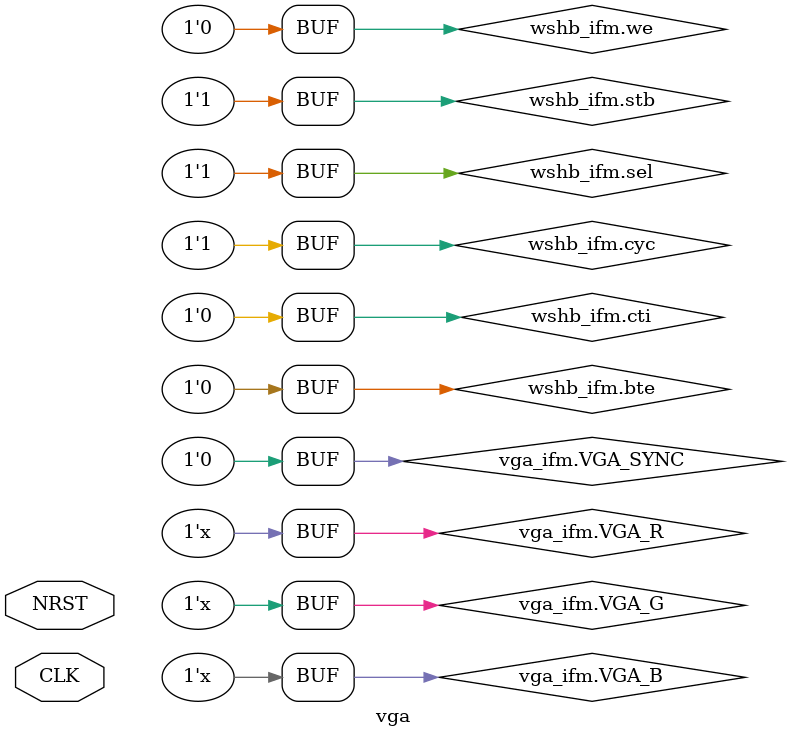
<source format=sv>
module vga (
  // port d'entrée
  input CLK,
  input NRST,
  // VGA interface
  vga_if.master vga_ifm,
  wshb_if.master wshb_ifm
  );

//parametres
parameter  vga_HDISP = 640;
parameter  vga_VDISP = 480;

localparam  vga_Fpix   = 25.17;
localparam  vga_Fdisp  = 60;
localparam  vga_HFP    = 16;
localparam  vga_HPULSE = 96;
localparam  vga_HBP    = 48;
localparam  vga_VFP    = 11;
localparam  vga_VPULSE = 2;
localparam  vga_VBP    = 31;

localparam CPT_PIXEL_W = $clog2(vga_HDISP + vga_HFP + vga_HPULSE + vga_HBP);
localparam CPT_LIGNE_W = $clog2(vga_VDISP + vga_VFP + vga_VPULSE + vga_VBP);

localparam CPT_X_W = $clog2(vga_HDISP);
localparam CPT_Y_W = $clog2(vga_VDISP);

//compteur
logic [CPT_PIXEL_W-1:0]CPT_PIXEL; //compteur de pixel dans une ligne
logic [CPT_LIGNE_W-1:0]CPT_LIGNE; //compteur de ligne dans une image

logic [CPT_X_W-1:0]CPT_X; //compteur de pixel dans une ligne
logic [CPT_Y_W-1:0]CPT_Y; //compteur de ligne dans une image

//signaux
logic vga_CLK;  //synchronise tous les signaux du module vga
logic locked;
logic rst;      //signal de reset

logic blank_pixel;
logic blank_ligne;

logic rclk;
logic read;
logic rdata;
logic rempty;
logic wclk;
logic wdata;
logic write;
logic wfull;

//modules
vga_pll I_vga_pll
(
  .refclk(CLK),
  .rst(!NRST),
  .outclk_0(vga_CLK),
  .locked(locked)
);

reset #(.ETAT_ACTIF(1)) I_reset
(
  .CLK(vga_CLK),
  .NRST(NRST),
  .n_rst(rst)
);

fifo_async #(.DATA_WIDTH(16), .DEPTH_WIDTH(8)) I_fifo_async
(
  .rst(rst),
  .rclk(rclk),
  .read(read),
  .rdata(rdata),
  .rempty(rempty),
  .wclk(wclk),
  .wdata(wdata),
  .write(write),
  .wfull(wfull)
);

//signal de sortie
assign vga_ifm.VGA_SYNC  = 0;
assign vga_ifm.VGA_CLK   = !vga_CLK;
assign vga_ifm.VGA_BLANK = blank_pixel & blank_ligne;

//lecture en SDRAM (controleur)
assign wshb_ifm.adr = 2*(vga_HDISP*CPT_Y + CPT_X);
assign wshb_ifm.cyc = 1'b1; //maintenue à 1
assign wshb_ifm.sel = 2'b11;
assign wshb_ifm.stb = 1'b1;
assign wshb_ifm.we  = 1'b0; //1 = ecriture et 0 = lecture
assign wshb_ifm.cti = 0;
assign wshb_ifm.bte = 0;

//signaux de synchronisation lecture SDRAM
always @(*)
if (rst)
  begin
  CPT_X <= 0;
  CPT_Y <= 0;
  end
else if(wshb_ifm.ack)
  begin
  //compteur x
  CPT_X <= CPT_X + 1'b1;
  if(CPT_X == vga_HDISP-1)
    begin
    CPT_X <= 0;
    CPT_Y <= CPT_Y + 1'b1; //fin de la ligne, on passe a la suivante
    end
  //compteur y
  if(CPT_Y == vga_VDISP-1)
    begin
    CPT_Y <= 0;
    end
  end

//décodeur RGB565
always_comb
if(CPT_PIXEL < vga_HDISP && CPT_LIGNE < vga_VDISP)
  begin
  vga_ifm.VGA_R <= wshb_ifm.dat_sm[4:0];   //5-bit
  vga_ifm.VGA_G <= wshb_ifm.dat_sm[10:5];  //6-bit
  vga_ifm.VGA_B <= wshb_ifm.dat_sm[15:11]; //5-bit
  end

//signaux de synchronisation Affichage
always @(posedge vga_CLK)
if (rst)
  begin
  CPT_PIXEL <= 0;
  CPT_LIGNE <= 0;
  vga_ifm.VGA_HS <= 1;
  vga_ifm.VGA_VS <= 1;
  blank_pixel <= 1;
  blank_ligne <= 1;
  end
else
  begin
  //compteur pixel
  CPT_PIXEL <= CPT_PIXEL + 1'b1;
  if(CPT_PIXEL == vga_HDISP) blank_pixel <= 0;
  if(CPT_PIXEL == vga_HDISP + vga_HFP) vga_ifm.VGA_HS <= 0;
  if(CPT_PIXEL == vga_HDISP + vga_HFP + vga_HPULSE) vga_ifm.VGA_HS <= 1;
  if(CPT_PIXEL == vga_HDISP + vga_HFP + vga_HPULSE + vga_HBP)
    begin
    blank_pixel <= 1;
    CPT_PIXEL <= 0;
    CPT_LIGNE <= CPT_LIGNE + 1'b1; //fin de la ligne, on passe a la suivante
    end
  //compteur ligne
  if(CPT_LIGNE == vga_VDISP) blank_ligne <= 0;
  if(CPT_LIGNE == vga_VDISP + vga_VFP) vga_ifm.VGA_VS <= 0;
  if(CPT_LIGNE == vga_VDISP + vga_VFP + vga_VPULSE) vga_ifm.VGA_VS <= 1;
  if(CPT_LIGNE == vga_VDISP + vga_VFP + vga_VPULSE + vga_VBP)
    begin
    blank_ligne <= 1;
    CPT_LIGNE <= 0;
    end
  end

endmodule // vga

</source>
